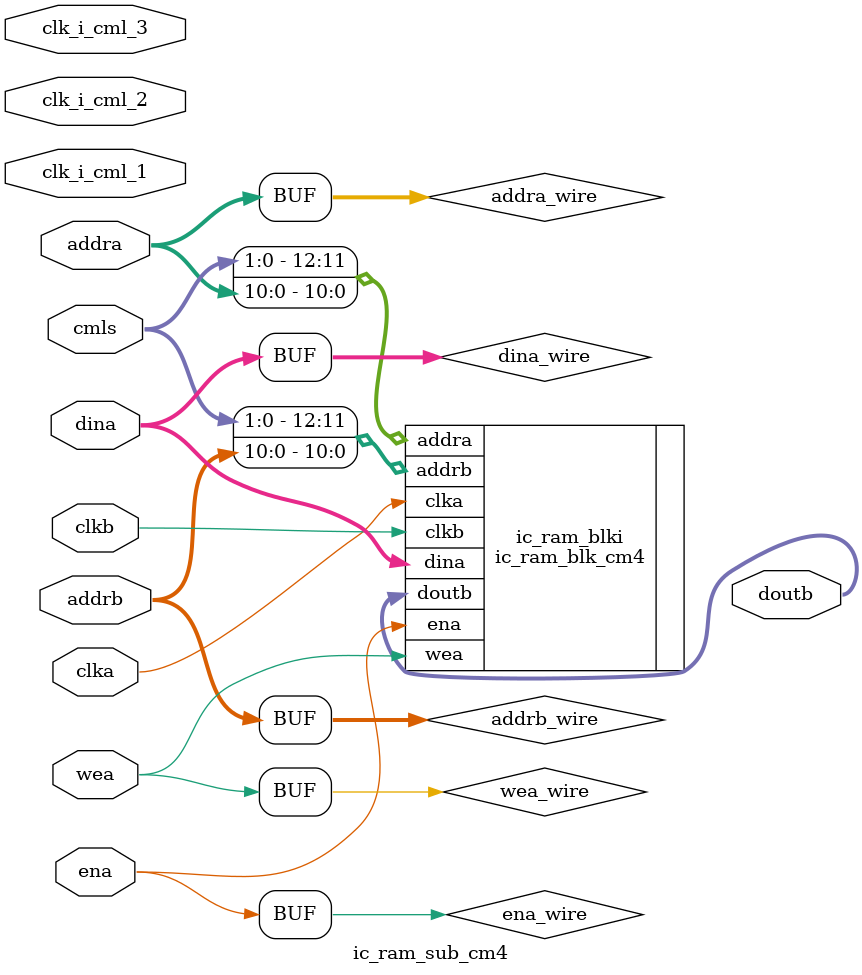
<source format=v>

/*******************************************************************************
*     This file is owned and controlled by Xilinx and must be used             *
*     solely for design, simulation, implementation and creation of            *
*     design files limited to Xilinx devices or technologies. Use              *
*     with non-Xilinx devices or technologies is expressly prohibited          *
*     and immediately terminates your license.                                 *
*                                                                              *
*     XILINX IS PROVIDING THIS DESIGN, CODE, OR INFORMATION "AS IS"            *
*     SOLELY FOR USE IN DEVELOPING PROGRAMS AND SOLUTIONS FOR                  *
*     XILINX DEVICES.  BY PROVIDING THIS DESIGN, CODE, OR INFORMATION          *
*     AS ONE POSSIBLE IMPLEMENTATION OF THIS FEATURE, APPLICATION              *
*     OR STANDARD, XILINX IS MAKING NO REPRESENTATION THAT THIS                *
*     IMPLEMENTATION IS FREE FROM ANY CLAIMS OF INFRINGEMENT,                  *
*     AND YOU ARE RESPONSIBLE FOR OBTAINING ANY RIGHTS YOU MAY REQUIRE         *
*     FOR YOUR IMPLEMENTATION.  XILINX EXPRESSLY DISCLAIMS ANY                 *
*     WARRANTY WHATSOEVER WITH RESPECT TO THE ADEQUACY OF THE                  *
*     IMPLEMENTATION, INCLUDING BUT NOT LIMITED TO ANY WARRANTIES OR           *
*     REPRESENTATIONS THAT THIS IMPLEMENTATION IS FREE FROM CLAIMS OF          *
*     INFRINGEMENT, IMPLIED WARRANTIES OF MERCHANTABILITY AND FITNESS          *
*     FOR A PARTICULAR PURPOSE.                                                *
*                                                                              *
*     Xilinx products are not intended for use in life support                 *
*     appliances, devices, or systems. Use in such applications are            *
*     expressly prohibited.                                                    *
*                                                                              *
*     (c) Copyright 1995-2009 Xilinx, Inc.                                     *
*     All rights reserved.                                                     *
*******************************************************************************/
// The synthesis directives "translate_off/translate_on" specified below are
// supported by Xilinx, Mentor Graphics and Synplicity synthesis
// tools. Ensure they are correct for your synthesis tool(s).

// You must compile the wrapper file ic_ram_blk.v when simulating
// the core, ic_ram_blk. When compiling the wrapper file, be sure to
// reference the XilinxCoreLib Verilog simulation library. For detailed
// instructions, please refer to the "CORE Generator Help".

`timescale 1ns/1ps

module ic_ram_sub_cm4(
		clk_i_cml_1,
		clk_i_cml_2,
		clk_i_cml_3,
		cmls,
		
	clka,
	ena,
	wea,
	addra,
	dina,
	clkb,
	addrb,
	doutb);


input clk_i_cml_1;
input clk_i_cml_2;
input clk_i_cml_3;
input [1:0] cmls;





input clka;
input ena;
input [0 : 0] wea;
input [10 : 0] addra;
input [31 : 0] dina;
input clkb;
input [10 : 0] addrb;
output [31 : 0] doutb;

wire ena_wire;
wire [0 : 0] wea_wire;
wire [10 : 0] addra_wire;
wire [31 : 0] dina_wire;
wire [10 : 0] addrb_wire;

assign ena_wire = ena;
assign wea_wire = wea;
assign addra_wire = addra;
assign dina_wire = dina;
assign addrb_wire = addrb;

ic_ram_blk_cm4 ic_ram_blki(
	.clka(clka),
	.ena(ena_wire),
	.wea(wea_wire),
	.addra({cmls, addra_wire}),
	.dina(dina_wire),
	.clkb(clkb),
	.addrb({cmls, addrb_wire}),
	.doutb(doutb));

endmodule



</source>
